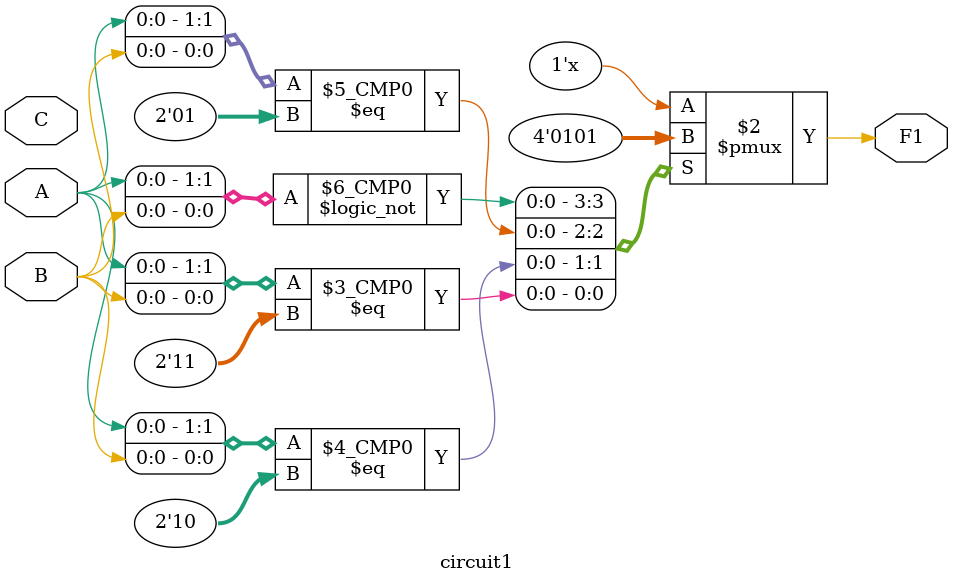
<source format=v>
`timescale 1ns / 1ps


module circuit1(
    input A,
    input B,
    input C,
    output reg F1
    );
    always@(A, B) begin
        case({A, B})
            3'b000: F1 = 1'b0;
            3'b001: F1 = 1'b1;
            3'b010: F1 = 1'b0;
            3'b011: F1 = 1'b1;
            3'b100: F1 = 1'b1;
            3'b101: F1 = 1'b0;
            3'b110: F1 = 1'b1;
            3'b111: F1 = 1'b1;
        endcase
        end
endmodule



</source>
